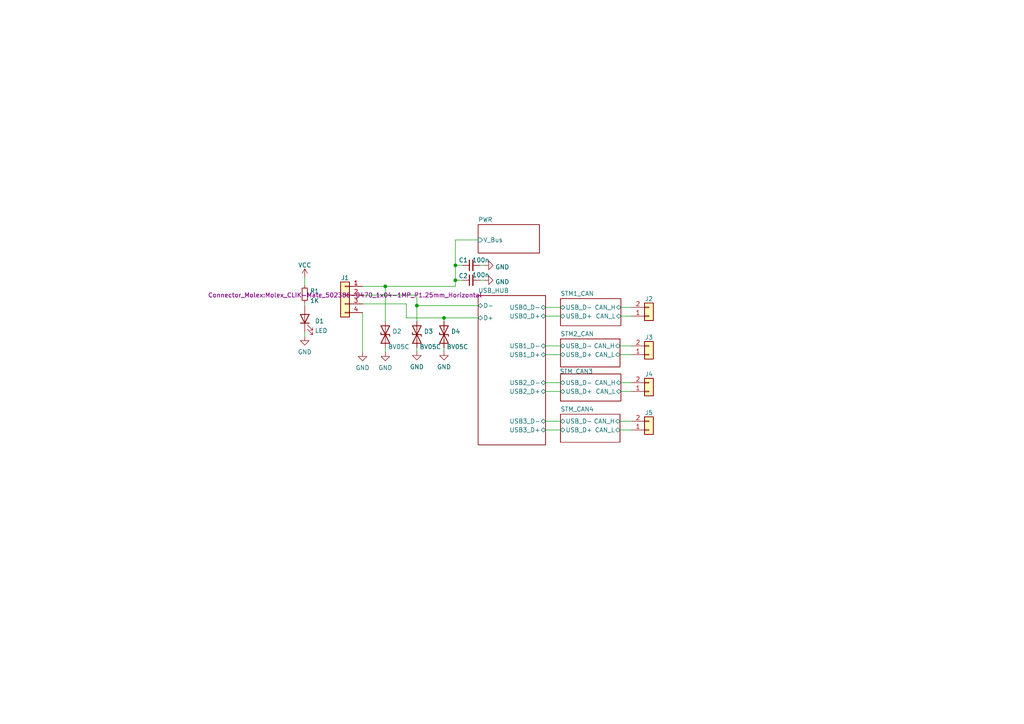
<source format=kicad_sch>
(kicad_sch (version 20211123) (generator eeschema)
  (paper "A4")
  (lib_symbols
    (symbol "Connector_Generic:Conn_01x02" (pin_names (offset 1.016) hide)
      (property "Reference" "J" (at 0 2.54 0))
      (property "Value" "Conn_01x02" (at 0 -5.08 0))
      (symbol "Conn_01x02_1_1"
        (rectangle (start -1.27 -2.413) (end 0 -2.667) (stroke (width 0.1524)))
        (rectangle (start -1.27 0.127) (end 0 -0.127) (stroke (width 0.1524)))
        (rectangle (start -1.27 1.27) (end 1.27 -3.81) (stroke (width 0.254)) (fill (type background)))
        (pin passive line (at -5.08 0 0) (length 3.81) (name "Pin_1") (number "1"))
        (pin passive line (at -5.08 -2.54 0) (length 3.81) (name "Pin_2") (number "2"))
      )
    )
    (symbol "Connector_Generic:Conn_01x04" (pin_names (offset 1.016) hide)
      (property "Reference" "J" (at 0 5.08 0))
      (property "Value" "Conn_01x04" (at 0 -7.62 0))
      (symbol "Conn_01x04_1_1"
        (rectangle (start -1.27 -4.953) (end 0 -5.207) (stroke (width 0.1524)))
        (rectangle (start -1.27 -2.413) (end 0 -2.667) (stroke (width 0.1524)))
        (rectangle (start -1.27 0.127) (end 0 -0.127) (stroke (width 0.1524)))
        (rectangle (start -1.27 2.667) (end 0 2.413) (stroke (width 0.1524)))
        (rectangle (start -1.27 3.81) (end 1.27 -6.35) (stroke (width 0.254)) (fill (type background)))
        (pin passive line (at -5.08 2.54 0) (length 3.81) (name "Pin_1") (number "1"))
        (pin passive line (at -5.08 0 0) (length 3.81) (name "Pin_2") (number "2"))
        (pin passive line (at -5.08 -2.54 0) (length 3.81) (name "Pin_3") (number "3"))
        (pin passive line (at -5.08 -5.08 0) (length 3.81) (name "Pin_4") (number "4"))
      )
    )
    (symbol "Device:C_Small" (pin_numbers hide) (pin_names (offset 0.254) hide)
      (property "Reference" "C" (at 0.254 1.778 0))
      (property "Value" "C_Small" (at 0.254 -2.032 0))
      (symbol "C_Small_0_1"
        (polyline (pts (xy -1.524 -0.508) (xy 1.524 -0.508)) (stroke (width 0.3302)))
        (polyline (pts (xy -1.524 0.508) (xy 1.524 0.508)) (stroke (width 0.3048)))
      )
      (symbol "C_Small_1_1"
        (pin passive line (at 0 2.54 270) (length 2.032) (name "~") (number "1"))
        (pin passive line (at 0 -2.54 90) (length 2.032) (name "~") (number "2"))
      )
    )
    (symbol "Device:D_TVS" (pin_numbers hide) (pin_names (offset 1.016) hide)
      (property "Reference" "D" (at 0 2.54 0))
      (property "Value" "D_TVS" (at 0 -2.54 0))
      (symbol "D_TVS_0_1"
        (polyline (pts (xy 1.27 0) (xy -1.27 0)))
        (polyline (pts (xy 0.508 1.27) (xy 0 1.27) (xy 0 -1.27) (xy -0.508 -1.27)) (stroke (width 0.254)))
        (polyline (pts (xy -2.54 1.27) (xy -2.54 -1.27) (xy 2.54 1.27) (xy 2.54 -1.27) (xy -2.54 1.27)) (stroke (width 0.254)))
      )
      (symbol "D_TVS_1_1"
        (pin passive line (at -3.81 0 0) (length 2.54) (name "A1") (number "1"))
        (pin passive line (at 3.81 0 180) (length 2.54) (name "A2") (number "2"))
      )
    )
    (symbol "Device:LED" (pin_numbers hide) (pin_names (offset 1.016) hide)
      (property "Reference" "D" (at 0 2.54 0))
      (property "Value" "LED" (at 0 -2.54 0))
      (symbol "LED_0_1"
        (polyline (pts (xy -1.27 -1.27) (xy -1.27 1.27)) (stroke (width 0.254)))
        (polyline (pts (xy -1.27 0) (xy 1.27 0)))
        (polyline (pts (xy 1.27 -1.27) (xy 1.27 1.27) (xy -1.27 0) (xy 1.27 -1.27)) (stroke (width 0.254)))
        (polyline (pts (xy -3.048 -0.762) (xy -4.572 -2.286) (xy -3.81 -2.286) (xy -4.572 -2.286) (xy -4.572 -1.524)))
        (polyline (pts (xy -1.778 -0.762) (xy -3.302 -2.286) (xy -2.54 -2.286) (xy -3.302 -2.286) (xy -3.302 -1.524)))
      )
      (symbol "LED_1_1"
        (pin passive line (at -3.81 0 0) (length 2.54) (name "K") (number "1"))
        (pin passive line (at 3.81 0 180) (length 2.54) (name "A") (number "2"))
      )
    )
    (symbol "Device:R_Small" (pin_numbers hide) (pin_names (offset 0.254) hide)
      (property "Reference" "R" (at 0.762 0.508 0))
      (property "Value" "R_Small" (at 0.762 -1.016 0))
      (symbol "R_Small_0_1"
        (rectangle (start -0.762 1.778) (end 0.762 -1.778) (stroke (width 0.2032)))
      )
      (symbol "R_Small_1_1"
        (pin passive line (at 0 2.54 270) (length 0.762) (name "~") (number "1"))
        (pin passive line (at 0 -2.54 90) (length 0.762) (name "~") (number "2"))
      )
    )
    (symbol "power:GND" (power) (pin_names (offset 0))
      (property "Value" "GND" (at 0 -3.81 0))
      (symbol "GND_0_1"
        (polyline (pts (xy 0 0) (xy 0 -1.27) (xy 1.27 -1.27) (xy 0 -2.54) (xy -1.27 -1.27) (xy 0 -1.27)))
      )
      (symbol "GND_1_1"
        (pin power_in line (at 0 0 270) (length 0) hide (name "GND") (number "1"))
      )
    )
    (symbol "power:VCC" (power) (pin_names (offset 0))
      (property "Value" "VCC" (at 0 3.81 0))
      (symbol "VCC_0_1"
        (polyline (pts (xy -0.762 1.27) (xy 0 2.54)))
        (polyline (pts (xy 0 0) (xy 0 2.54)))
        (polyline (pts (xy 0 2.54) (xy 0.762 1.27)))
      )
      (symbol "VCC_1_1"
        (pin power_in line (at 0 0 90) (length 0) hide (name "VCC") (number "1"))
      )
    )
  )
  (junction (at 128.778 92.202))
  (junction (at 120.904 88.646))
  (junction (at 111.76 83.058))
  (junction (at 132.08 81.28))
  (junction (at 132.08 76.962))
  (wire (pts (xy 139.192 76.962) (xy 140.462 76.962)))
  (wire (pts (xy 117.856 88.138) (xy 117.856 92.202)))
  (wire (pts (xy 179.832 124.714) (xy 183.134 124.714)))
  (wire (pts (xy 139.192 81.28) (xy 140.462 81.28)))
  (wire (pts (xy 158.242 113.538) (xy 162.56 113.538)))
  (wire (pts (xy 111.76 100.838) (xy 111.76 102.108)))
  (wire (pts (xy 179.832 122.174) (xy 183.134 122.174)))
  (wire (pts (xy 120.904 100.838) (xy 120.904 101.854)))
  (wire (pts (xy 158.242 122.174) (xy 162.56 122.174)))
  (wire (pts (xy 158.242 91.694) (xy 162.56 91.694)))
  (wire (pts (xy 132.08 76.962) (xy 132.08 81.28)))
  (wire (pts (xy 132.08 81.28) (xy 134.112 81.28)))
  (wire (pts (xy 180.086 91.694) (xy 183.134 91.694)))
  (wire (pts (xy 132.08 69.596) (xy 138.684 69.596)))
  (wire (pts (xy 158.242 110.998) (xy 162.56 110.998)))
  (wire (pts (xy 88.392 87.884) (xy 88.392 88.646)))
  (wire (pts (xy 105.156 90.678) (xy 105.156 102.108)))
  (wire (pts (xy 105.156 88.138) (xy 117.856 88.138)))
  (wire (pts (xy 120.904 85.598) (xy 120.904 88.646)))
  (wire (pts (xy 179.832 102.87) (xy 183.134 102.87)))
  (wire (pts (xy 128.778 100.838) (xy 128.778 101.854)))
  (wire (pts (xy 158.242 89.154) (xy 162.56 89.154)))
  (wire (pts (xy 128.778 92.202) (xy 128.778 93.218)))
  (wire (pts (xy 132.08 83.058) (xy 132.08 81.28)))
  (wire (pts (xy 180.086 110.998) (xy 183.134 110.998)))
  (wire (pts (xy 132.08 69.596) (xy 132.08 76.962)))
  (wire (pts (xy 180.086 113.538) (xy 183.134 113.538)))
  (wire (pts (xy 117.856 92.202) (xy 128.778 92.202)))
  (wire (pts (xy 88.392 80.518) (xy 88.392 82.804)))
  (wire (pts (xy 128.778 92.202) (xy 138.684 92.202)))
  (wire (pts (xy 120.904 88.646) (xy 120.904 93.218)))
  (wire (pts (xy 180.086 89.154) (xy 183.134 89.154)))
  (wire (pts (xy 105.156 83.058) (xy 111.76 83.058)))
  (wire (pts (xy 179.832 100.33) (xy 183.134 100.33)))
  (wire (pts (xy 158.242 124.714) (xy 162.56 124.714)))
  (wire (pts (xy 132.08 76.962) (xy 134.112 76.962)))
  (wire (pts (xy 158.242 100.33) (xy 162.56 100.33)))
  (wire (pts (xy 111.76 83.058) (xy 132.08 83.058)))
  (wire (pts (xy 158.242 102.87) (xy 162.56 102.87)))
  (wire (pts (xy 105.156 85.598) (xy 120.904 85.598)))
  (wire (pts (xy 120.904 88.646) (xy 138.684 88.646)))
  (wire (pts (xy 111.76 83.058) (xy 111.76 93.218)))
  (wire (pts (xy 88.392 96.266) (xy 88.392 97.536)))
  (symbol (lib_id "power:GND") (at 105.156 102.108 0) (unit 1)
    (property "Reference" "#PWR07" (effects hide))
    (property "Value" "GND" (at 105.156 106.6705 0))
  )
  (symbol (lib_id "power:GND") (at 120.904 101.854 0) (unit 1)
    (property "Reference" "#PWR05" (effects hide))
    (property "Value" "GND" (at 120.904 106.4165 0))
  )
  (symbol (lib_id "Connector_Generic:Conn_01x04") (at 100.076 85.598 0) (mirror y) (unit 1)
    (property "Reference" "J1" (at 100.076 80.5965 0))
    (property "Value" "Conn_01x04" (effects hide))
    (property "Footprint" "Connector_Molex:Molex_CLIK-Mate_502386-0470_1x04-1MP_P1.25mm_Horizontal" (at 100.076 85.598 0))
  )
  (symbol (lib_id "power:GND") (at 111.76 102.108 0) (unit 1)
    (property "Reference" "#PWR08" (effects hide))
    (property "Value" "GND" (at 111.76 106.6705 0))
  )
  (symbol (lib_id "Connector_Generic:Conn_01x02") (at 188.214 124.714 0) (mirror x) (unit 1)
    (property "Reference" "J5" (at 188.214 119.7125 0))
    (property "Value" "Conn_01x02" (effects hide))
    (property "Footprint" "Connector_JST:JST_GH_SM02B-GHS-TB_1x02-1MP_P1.25mm_Horizontal" (effects hide))
  )
  (symbol (lib_id "Connector_Generic:Conn_01x02") (at 188.214 113.538 0) (mirror x) (unit 1)
    (property "Reference" "J4" (at 188.214 108.5365 0))
    (property "Value" "Conn_01x02" (effects hide))
    (property "Footprint" "Connector_JST:JST_GH_SM02B-GHS-TB_1x02-1MP_P1.25mm_Horizontal" (effects hide))
  )
  (symbol (lib_id "power:GND") (at 88.392 97.536 0) (unit 1)
    (property "Reference" "#PWR04" (effects hide))
    (property "Value" "GND" (at 88.392 102.0985 0))
  )
  (symbol (lib_id "Device:C_Small") (at 136.652 76.962 90) (unit 1)
    (property "Reference" "C1" (at 134.366 75.438 90))
    (property "Value" "100n" (at 139.446 75.438 90))
    (property "Footprint" "Capacitor_SMD:C_0603_1608Metric" (effects hide))
  )
  (symbol (lib_id "power:GND") (at 140.462 76.962 90) (unit 1)
    (property "Reference" "#PWR01" (effects hide))
    (property "Value" "GND" (at 143.637 77.441 90) (effects (justify right)))
  )
  (symbol (lib_id "power:VCC") (at 88.392 80.518 0) (unit 1)
    (property "Reference" "#PWR02" (effects hide))
    (property "Value" "VCC" (at 88.392 76.9135 0))
  )
  (symbol (lib_id "Device:D_TVS") (at 111.76 97.028 90) (unit 1)
    (property "Reference" "D2" (at 113.792 96.1195 90) (effects (justify right)))
    (property "Value" "BV05C" (at 112.522 100.584 90) (effects (justify right)))
    (property "Footprint" "Diode_SMD:D_SOD-323" (effects hide))
  )
  (symbol (lib_id "Device:D_TVS") (at 128.778 97.028 90) (unit 1)
    (property "Reference" "D4" (at 130.81 96.1195 90) (effects (justify right)))
    (property "Value" "BV05C" (at 129.54 100.584 90) (effects (justify right)))
    (property "Footprint" "Diode_SMD:D_SOD-323" (effects hide))
  )
  (symbol (lib_id "Connector_Generic:Conn_01x02") (at 188.214 91.694 0) (mirror x) (unit 1)
    (property "Reference" "J2" (at 188.214 86.6925 0))
    (property "Value" "Conn_01x02" (effects hide))
    (property "Footprint" "Connector_JST:JST_GH_SM02B-GHS-TB_1x02-1MP_P1.25mm_Horizontal" (effects hide))
  )
  (symbol (lib_id "Device:LED") (at 88.392 92.456 90) (unit 1)
    (property "Reference" "D1" (at 91.313 93.135 90) (effects (justify right)))
    (property "Value" "LED" (at 91.313 95.9101 90) (effects (justify right)))
    (property "Footprint" "LED_SMD:LED_0603_1608Metric" (effects hide))
  )
  (symbol (lib_id "power:GND") (at 128.778 101.854 0) (unit 1)
    (property "Reference" "#PWR06" (effects hide))
    (property "Value" "GND" (at 128.778 106.4165 0))
  )
  (symbol (lib_id "Device:C_Small") (at 136.652 81.28 90) (unit 1)
    (property "Reference" "C2" (at 134.366 80.01 90))
    (property "Value" "100n" (at 139.446 79.756 90))
    (property "Footprint" "Capacitor_SMD:C_0603_1608Metric" (effects hide))
  )
  (symbol (lib_id "power:GND") (at 140.462 81.28 90) (unit 1)
    (property "Reference" "#PWR03" (effects hide))
    (property "Value" "GND" (at 143.637 81.759 90) (effects (justify right)))
  )
  (symbol (lib_id "Device:D_TVS") (at 120.904 97.028 90) (unit 1)
    (property "Reference" "D3" (at 122.936 96.1195 90) (effects (justify right)))
    (property "Value" "BV05C" (at 121.666 100.584 90) (effects (justify right)))
    (property "Footprint" "Diode_SMD:D_SOD-323" (effects hide))
  )
  (symbol (lib_id "Device:R_Small") (at 88.392 85.344 0) (unit 1)
    (property "Reference" "R1" (at 89.8906 84.4355 0) (effects (justify left)))
    (property "Value" "1K" (at 89.8906 87.2106 0) (effects (justify left)))
    (property "Footprint" "Resistor_SMD:R_0603_1608Metric" (effects hide))
  )
  (symbol (lib_id "Connector_Generic:Conn_01x02") (at 188.214 102.87 0) (mirror x) (unit 1)
    (property "Reference" "J3" (at 188.214 97.8685 0))
    (property "Value" "Conn_01x02" (effects hide))
    (property "Footprint" "Connector_JST:JST_GH_SM02B-GHS-TB_1x02-1MP_P1.25mm_Horizontal" (effects hide))
  )
  (sheet (at 162.56 120.142) (size 17.272 8.128) (stroke (width 0.1524))
    (property "Sheet name" "STM_CAN4" (at 162.56 119.4304 0) (effects (justify left bottom)))
    (property "Sheet file" "STM4_CAN.kicad_sch" (effects hide))
    (pin "CAN_L" bidirectional (at 179.832 124.714 0))
    (pin "CAN_H" bidirectional (at 179.832 122.174 0))
    (pin "USB_D-" bidirectional (at 162.56 122.174 180))
    (pin "USB_D+" bidirectional (at 162.56 124.714 180))
  )
  (sheet (at 138.684 65.151) (size 17.78 8.255) (stroke (width 0.1524))
    (property "Sheet name" "PWR" (at 138.684 64.4394 0) (effects (justify left bottom)))
    (property "Sheet file" "PWR.kicad_sch" (effects hide))
    (pin "V_Bus" input (at 138.684 69.596 180))
  )
  (sheet (at 138.684 85.725) (size 19.558 43.307) (stroke (width 0.1524))
    (property "Sheet name" "USB_HUB" (at 138.684 85.0134 0) (effects (justify left bottom)))
    (property "Sheet file" "USB_HUB.kicad_sch" (effects hide))
    (pin "D+" bidirectional (at 138.684 92.202 180))
    (pin "D-" bidirectional (at 138.684 88.646 180))
    (pin "USB1_D+" bidirectional (at 158.242 102.87 0))
    (pin "USB1_D-" bidirectional (at 158.242 100.33 0))
    (pin "USB0_D-" bidirectional (at 158.242 89.154 0))
    (pin "USB0_D+" bidirectional (at 158.242 91.694 0))
    (pin "USB2_D-" bidirectional (at 158.242 110.998 0))
    (pin "USB2_D+" bidirectional (at 158.242 113.538 0))
    (pin "USB3_D-" bidirectional (at 158.242 122.174 0))
    (pin "USB3_D+" bidirectional (at 158.242 124.714 0))
  )
  (sheet (at 162.56 108.458) (size 17.526 7.874) (stroke (width 0.1524))
    (property "Sheet name" "STM_CAN3" (at 162.306 108.458 0) (effects (justify left bottom)))
    (property "Sheet file" "STM3_CAN.kicad_sch" (effects hide))
    (pin "CAN_L" bidirectional (at 180.086 113.538 0))
    (pin "CAN_H" bidirectional (at 180.086 110.998 0))
    (pin "USB_D-" bidirectional (at 162.56 110.998 180))
    (pin "USB_D+" bidirectional (at 162.56 113.538 180))
  )
  (sheet (at 162.56 86.614) (size 17.526 7.874) (stroke (width 0.1524))
    (property "Sheet name" "STM1_CAN" (at 162.56 85.9024 0) (effects (justify left bottom)))
    (property "Sheet file" "STM1_CAN.kicad_sch" (effects hide))
    (pin "CAN_L" bidirectional (at 180.086 91.694 0))
    (pin "CAN_H" bidirectional (at 180.086 89.154 0))
    (pin "USB_D-" bidirectional (at 162.56 89.154 180))
    (pin "USB_D+" bidirectional (at 162.56 91.694 180))
  )
  (sheet (at 162.56 98.298) (size 17.272 8.128) (stroke (width 0.1524))
    (property "Sheet name" "STM2_CAN" (at 162.56 97.5864 0) (effects (justify left bottom)))
    (property "Sheet file" "STM2_CAN.kicad_sch" (effects hide))
    (pin "CAN_L" bidirectional (at 179.832 102.87 0))
    (pin "CAN_H" bidirectional (at 179.832 100.33 0))
    (pin "USB_D+" bidirectional (at 162.56 102.87 180))
    (pin "USB_D-" bidirectional (at 162.56 100.33 180))
  )
)
</source>
